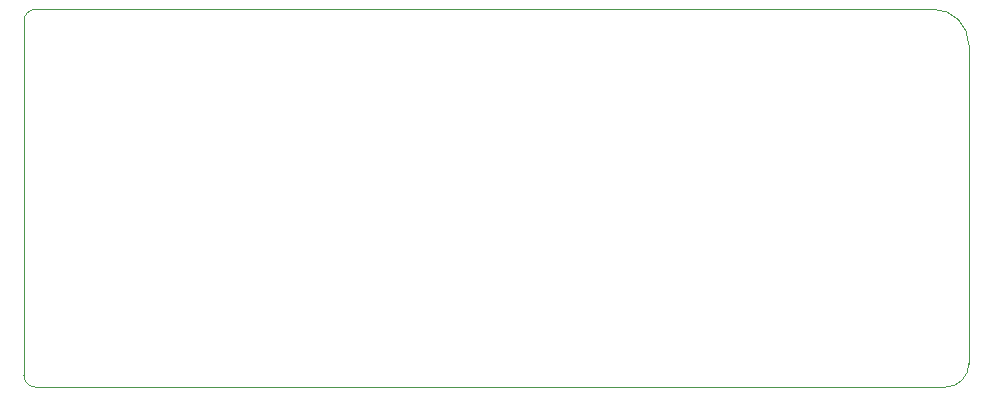
<source format=gbr>
%TF.GenerationSoftware,KiCad,Pcbnew,(6.0.1)*%
%TF.CreationDate,2022-04-20T12:26:56-06:00*%
%TF.ProjectId,SolarGPS,536f6c61-7247-4505-932e-6b696361645f,rev?*%
%TF.SameCoordinates,Original*%
%TF.FileFunction,Profile,NP*%
%FSLAX46Y46*%
G04 Gerber Fmt 4.6, Leading zero omitted, Abs format (unit mm)*
G04 Created by KiCad (PCBNEW (6.0.1)) date 2022-04-20 12:26:56*
%MOMM*%
%LPD*%
G01*
G04 APERTURE LIST*
%TA.AperFunction,Profile*%
%ADD10C,0.050000*%
%TD*%
G04 APERTURE END LIST*
D10*
X130000000Y-53000000D02*
G75*
G03*
X127000000Y-50000000I-3000001J-1D01*
G01*
X130000000Y-53000000D02*
X130000000Y-80000000D01*
X51000000Y-50000000D02*
G75*
G03*
X50000000Y-51000000I3J-1000003D01*
G01*
X128000000Y-82000000D02*
X51000000Y-82000000D01*
X50000000Y-81000000D02*
G75*
G03*
X51000000Y-82000000I1000003J3D01*
G01*
X128000000Y-82000000D02*
G75*
G03*
X130000000Y-80000000I1J1999999D01*
G01*
X50000000Y-51000000D02*
X50000000Y-81000000D01*
X51000000Y-50000000D02*
X127000000Y-50000000D01*
M02*

</source>
